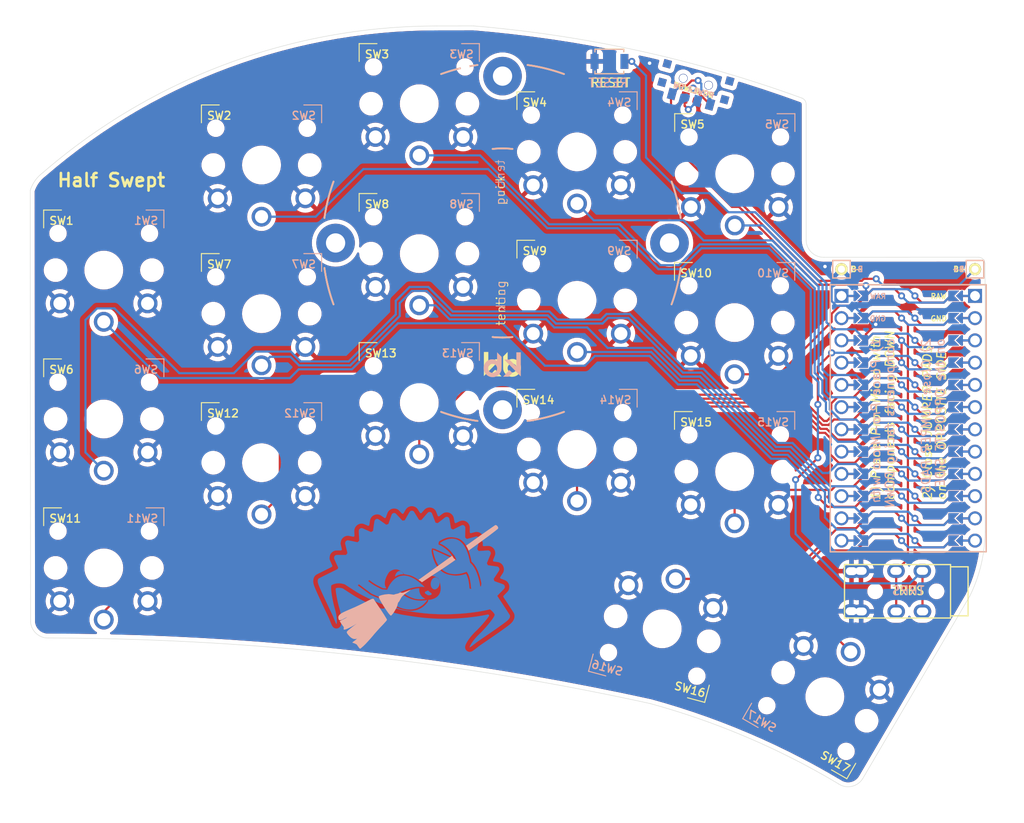
<source format=kicad_pcb>
(kicad_pcb (version 20221018) (generator pcbnew)
  (layers (0 "F.Cu" signal) (31 "B.Cu" signal) (34 "B.Paste" user) (35 "F.Paste" user) (36 "B.SilkS" user "B.Silkscreen") (37 "F.SilkS" user "F.Silkscreen") (38 "B.Mask" user) (39 "F.Mask" user) (44 "Edge.Cuts" user))
  (net 0 "")
  (net 1 "gnd")
  (net 2 "vcc")
  (net 3 "Switch18")
  (net 4 "reset")
  (net 5 "Switch1")
  (net 6 "Switch2")
  (net 7 "Switch3")
  (net 8 "Switch4")
  (net 9 "Switch5")
  (net 10 "Switch6")
  (net 11 "Switch7")
  (net 12 "Switch8")
  (net 13 "Switch9")
  (net 14 "Switch10")
  (net 15 "Switch11")
  (net 16 "Switch12")
  (net 17 "Switch13")
  (net 18 "Switch14")
  (net 19 "Switch15")
  (net 20 "Switch16")
  (net 21 "Switch17")
  (net 22 "raw")
  (net 23 "BT+_r")
  (net 24 "Net-(SW_POWERR1-Pad1)")
  (footprint "kbd:1pin_conn" (layer "F.Cu") (at 126.492 45.974)
    (fp_text reference "B+")
    (fp_text value "MountingHole_Pad" hide)
  )
  (footprint "kbd:1pin_conn" (layer "F.Cu") (at 111.252 45.974)
    (fp_text reference "B-")
    (fp_text value "MountingHole_Pad" hide)
  )
  (footprint "Kailh:TRRS-PJ-DPB2" (layer "F.Cu") (at 123.698 82.75 -90)
    (fp_text reference "J2")
    (fp_text value "AudioJack4dpb" hide)
  )
  (footprint "* duckyb-collection:SW_PG1350_rev_DPB" (layer "F.Cu") (at 27.08 46.08)
    (fp_text reference "SW1" hide)
    (fp_text value "SW_Push" hide)
  )
  (footprint "* duckyb-collection:SW_PG1350_rev_DPB" (layer "F.Cu") (at 45.08 34.08)
    (fp_text reference "SW2" hide)
    (fp_text value "SW_Push" hide)
  )
  (footprint "* duckyb-collection:SW_PG1350_rev_DPB" (layer "F.Cu") (at 63.08 27.08)
    (fp_text reference "SW3" hide)
    (fp_text value "SW_Push" hide)
  )
  (footprint "* duckyb-collection:SW_PG1350_rev_DPB" (layer "F.Cu") (at 81.08 32.58)
    (fp_text reference "SW4" hide)
    (fp_text value "SW_Push" hide)
  )
  (footprint "* duckyb-collection:SW_PG1350_rev_DPB" (layer "F.Cu") (at 99.08 35.08)
    (fp_text reference "SW5" hide)
    (fp_text value "SW_Push" hide)
  )
  (footprint "* duckyb-collection:SW_PG1350_rev_DPB" (layer "F.Cu") (at 27.08 63.08)
    (fp_text reference "SW6" hide)
    (fp_text value "SW_Push" hide)
  )
  (footprint "* duckyb-collection:SW_PG1350_rev_DPB" (layer "F.Cu") (at 45.08 51.054)
    (fp_text reference "SW7" hide)
    (fp_text value "SW_Push" hide)
  )
  (footprint "* duckyb-collection:SW_PG1350_rev_DPB" (layer "F.Cu") (at 63.08 44.196)
    (fp_text reference "SW8" hide)
    (fp_text value "SW_Push" hide)
  )
  (footprint "* duckyb-collection:SW_PG1350_rev_DPB" (layer "F.Cu") (at 81.08 49.53)
    (fp_text reference "SW9" hide)
    (fp_text value "SW_Push" hide)
  )
  (footprint "* duckyb-collection:SW_PG1350_rev_DPB" (layer "F.Cu") (at 99.06 52.07)
    (fp_text reference "SW10" hide)
    (fp_text value "SW_Push" hide)
  )
  (footprint "* duckyb-collection:SW_PG1350_rev_DPB" (layer "F.Cu") (at 27.08 80.08)
    (fp_text reference "SW11" hide)
    (fp_text value "SW_Push" hide)
  )
  (footprint "* duckyb-collection:SW_PG1350_rev_DPB" (layer "F.Cu") (at 45.08 68.072)
    (fp_text reference "SW12" hide)
    (fp_text value "SW_Push" hide)
  )
  (footprint "* duckyb-collection:SW_PG1350_rev_DPB" (layer "F.Cu") (at 63.08 61.214)
    (fp_text reference "SW13" hide)
    (fp_text value "SW_Push" hide)
  )
  (footprint "* duckyb-collection:SW_PG1350_rev_DPB" (layer "F.Cu") (at 81.08 66.548)
    (fp_text reference "SW14" hide)
    (fp_text value "SW_Push" hide)
  )
  (footprint "* duckyb-collection:SW_PG1350_rev_DPB" (layer "F.Cu") (at 99.06 69.088)
    (fp_text reference "SW15" hide)
    (fp_text value "SW_Push" hide)
  )
  (footprint "* duckyb-collection:SW_PG1350_rev_DPB" (layer "F.Cu") (at 109.356 94.78 150)
    (fp_text reference "SW17" hide)
    (fp_text value "SW_Push" hide)
  )
  (footprint "* duckyb-collection:SW_PG1350_rev_DPB" (layer "F.Cu") (at 90.796 87.03 165)
    (fp_text reference "SW16" hide)
    (fp_text value "SW_Push" hide)
  )
  (footprint "* duckyb-collection:ProMicro_jumpers_facedown" (layer "F.Cu") (at 118.872 62.992 -90)
    (fp_text reference "U1" hide)
    (fp_text value "ProMicro-kbd" hide)
  )
  (footprint "kbd:Tenting_Puck2" (layer "F.Cu") (at 72.58 42.98)
    (fp_text reference "REF**")
    (fp_text value "Tenting Puck")
  )
  (footprint "Kailh:SPDT_C128955" (layer "F.Cu") (at 94.6404 24.570573 -15.5)
    (fp_text reference "POWER SW")
    (fp_text value "SW_SPDT")
  )
  (footprint "* duckyb-collection:Tactile-Switch_SMT" (layer "F.Cu") (at 84.7852 22.2504)
    (fp_text reference "RSW2" hide)
    (fp_text value "SW_Push")
  )
  (footprint "Kailh:ferris_broom" (layer "B.Cu") (at 64.008 82.042 170)
    (fp_text reference "G***" hide)
    (fp_text value "LOGO" hide)
  )
  (gr_arc (start 126.885 44.612) (mid 127.41533 44.83167) (end 127.635 45.362) (stroke (width 0.05)) (layer "Edge.Cuts"))
  (gr_line (start 18.690055 36.976702) (end 18.730254 86.245024) (stroke (width 0.05)) (layer "Edge.Cuts"))
  (gr_arc (start 106.78729 26.456889) (mid 107.104079 26.733645) (end 107.222045 27.137419) (stroke (width 0.05)) (layer "Edge.Cuts"))
  (gr_arc (start 89.409134 95.561946) (mid 100.486488 99.421597) (end 110.938 104.748) (stroke (width 0.05)) (layer "Edge.Cuts"))
  (gr_arc (start 18.690055 36.976702) (mid 19.246929 35.858882) (end 20.117 34.963) (stroke (width 0.05)) (layer "Edge.Cuts"))
  (gr_arc (start 109.257002 44.614917) (mid 107.844534 44.065716) (end 107.222001 42.683999) (stroke (width 0.05)) (layer "Edge.Cuts"))
  (gr_arc (start 69.291777 18.200679) (mid 88.315879 21.073764) (end 106.78729 26.456889) (stroke (width 0.05)) (layer "Edge.Cuts"))
  (gr_arc (start 113.67 104.149265) (mid 112.428995 105.01898) (end 110.938 104.748) (stroke (width 0.05)) (layer "Edge.Cuts"))
  (gr_arc (start 20.768 88.081119) (mid 55.288442 89.987554) (end 89.409134 95.561946) (stroke (width 0.05)) (layer "Edge.Cuts"))
  (gr_arc (start 20.768 88.081119) (mid 19.380573 87.572102) (end 18.730254 86.245024) (stroke (width 0.05)) (layer "Edge.Cuts"))
  (gr_line (start 127.635 45.362) (end 127.635 62.484) (stroke (width 0.05)) (layer "Edge.Cuts"))
  (gr_line (start 107.222001 42.683999) (end 107.222045 27.137419) (stroke (width 0.05)) (layer "Edge.Cuts"))
  (gr_line (start 109.257002 44.614917) (end 126.885 44.612) (stroke (width 0.05)) (layer "Edge.Cuts"))
  (gr_arc (start 20.117 34.963) (mid 41.093524 22.531455) (end 65.090389 18.206139) (stroke (width 0.05)) (layer "Edge.Cuts"))
  (gr_line (start 125.888304 83.312) (end 113.67 104.149265) (stroke (width 0.05)) (layer "Edge.Cuts"))
  (gr_arc (start 127.635 75.98785) (mid 127.177913 79.749197) (end 125.888304 83.312) (stroke (width 0.05)) (layer "Edge.Cuts"))
  (gr_line (start 69.291777 18.200679) (end 65.090389 18.206139) (stroke (width 0.05)) (layer "Edge.Cuts"))
  (gr_line (start 127.635 62.484) (end 127.647 69.85) (stroke (width 0.05)) (layer "Edge.Cuts"))
  (gr_line (start 127.647 69.85) (end 127.635 75.98785) (stroke (width 0.05)) (layer "Edge.Cuts"))
  (gr_text "RAW" (at 116.40097 49.0728) (layer "B.SilkS") (effects (font (size 0.6 0.6) (thickness 0.12)) (justify left mirror)))
  (gr_text "B-" (at 113.03 45.974) (layer "B.SilkS") (effects (font (size 0.6 0.6)) (justify mirror)))
  (gr_text "2) Close JUMPER PADS\non the OPPOSITE SIDE" (at 121.7168 53.7464 90) (layer "B.SilkS") (effects (font (size 1 1) (thickness 0.15) italic) (justify left mirror)))
  (gr_text "GND" (at 116.40097 51.6128) (layer "B.SilkS") (effects (font (size 0.6 0.6) (thickness 0.12)) (justify left mirror)))
  (gr_text "1) Place Pro-Micro with\ncomponents facing DOWN" (at 115.9764 53.7464 90) (layer "B.SilkS") (effects (font (size 1 1) (thickness 0.15) italic) (justify left mirror)))
  (gr_text "B+" (at 124.587 45.974) (layer "B.SilkS") (effects (font (size 0.6 0.6)) (justify mirror)))
  (gr_text "1) Place Pro-Micro with\ncomponents facing DOWN" (at 115.9764 72.4408 90) (layer "F.SilkS") (effects (font (size 1 1) (thickness 0.15) italic) (justify left)))
  (gr_text "Half Swept" (at 27.94 35.814) (layer "F.SilkS") (effects (font (size 1.5 1.5) (thickness 0.3))))
  (gr_text "GND" (at 121.3612 51.6128) (layer "F.SilkS") (effects (font (size 0.6 0.6) (thickness 0.12)) (justify left)))
  (gr_text "2) Close JUMPER PADS\non the OPPOSITE SIDE" (at 121.8692 72.4408 90) (layer "F.SilkS") (effects (font (size 1 1) (thickness 0.15) italic) (justify left)))
  (gr_text "TRRS" (at 118.872 82.677) (layer "F.SilkS") (effects (font (size 1 1))))
  (gr_text "RAW" (at 121.3612 49.0728) (layer "F.SilkS") (effects (font (size 0.6 0.6) (thickness 0.12)) (justify left)))
  (segment (start 114.046 53.3908) (end 115.1636 52.2732) (width 0.25) (layer "F.Cu") (net 1))
  (segment (start 118.11 56.642) (end 118.11 54.102) (width 0.25) (layer "F.Cu") (net 1))
  (segment (start 114.046 54.102) (end 114.046 53.3908) (width 0.25) (layer "F.Cu") (net 1))
  (via (at 115.1636 52.2732) (size 0.8) (drill 0.4) (layers "F.Cu" "B.Cu") (net 1))
  (via (at 109.3724 45.6692) (size 0.8) (drill 0.4) (layers "F.Cu" "B.Cu") (net 1))
  (via (at 89.3572 22.4536) (size 0.8) (drill 0.4) (layers "F.Cu" "B.Cu") (net 1))
  (segment (start 112.630511 50.146511) (end 110.661711 50.146511) (width 0.25) (layer "B.Cu") (net 1))
  (segment (start 110.127489 47.098511) (end 111.252 45.974) (width 0.25) (layer "B.Cu") (net 1))
  (segment (start 114.7572 52.2732) (end 114.046 51.562) (width 0.25) (layer "B.Cu") (net 1))
  (segment (start 110.661711 50.146511) (end 110.127489 49.612289) (width 0.25) (layer "B.Cu") (net 1))
  (segment (start 114.046 51.562) (end 112.630511 50.146511) (width 0.25) (layer "B.Cu") (net 1))
  (segment (start 115.1636 52.2732) (end 114.7572 52.2732) (width 0.25) (layer "B.Cu") (net 1))
  (segment (start 110.127489 49.612289) (end 110.127489 47.098511) (width 0.25) (layer "B.Cu") (net 1))
  (segment (start 120.498 85.05) (end 120.498 80.44) (width 0.25) (layer "F.Cu") (net 2))
  (segment (start 108.5596 57.0992) (end 108.5596 61.4172) (width 0.25) (layer "F.Cu") (net 2))
  (segment (start 106.0196 70.0024) (end 106.0704 70.0024) (width 0.25) (layer "F.Cu") (net 2))
  (segment (start 106.0704 70.0024) (end 108.5596 67.5132) (width 0.25) (layer "F.Cu") (net 2))
  (segment (start 120.498 80.44) (end 120.478 80.42) (width 0.25) (layer "F.Cu") (net 2))
  (segment (start 110.1344 55.5244) (end 108.5596 57.0992) (width 0.25) (layer "F.Cu") (net 2))
  (via (at 106.0196 70.0024) (size 0.8) (drill 0.4) (layers "F.Cu" "B.Cu") (net 2))
  (via (at 110.1344 55.5244) (size 0.8) (drill 0.4) (layers "F.Cu" "B.Cu") (net 2))
  (via (at 108.5596 67.5132) (size 0.8) (drill 0.4) (layers "F.Cu" "B.Cu") (net 2))
  (via (at 108.5596 61.4172) (size 0.8) (drill 0.4) (layers "F.Cu" "B.Cu") (net 2))
  (segment (start 108.5596 67.5132) (end 108.5596 61.4172) (width 0.25) (layer "B.Cu") (net 2))
  (segment (start 111.6584 81.8388) (end 119.0592 81.8388) (width 0.25) (layer "B.Cu") (net 2))
  (segment (start 110.141311 55.517489) (end 112.921489 55.517489) (width 0.25) (layer "B.Cu") (net 2))
  (segment (start 112.921489 55.517489) (end 114.046 56.642) (width 0.25) (layer "B.Cu") (net 2))
  (segment (start 119.0592 81.8388) (end 120.478 80.42) (width 0.25) (layer "B.Cu") (net 2))
  (segment (start 106.0196 70.0024) (end 106.0196 76.2) (width 0.25) (layer "B.Cu") (net 2))
  (segment (start 110.1344 55.5244) (end 110.141311 55.517489) (width 0.25) (layer "B.Cu") (net 2))
  (segment (start 106.0196 76.2) (end 111.6584 81.8388) (width 0.25) (layer "B.Cu") (net 2))
  (segment (start 118.11 51.562) (end 118.834511 52.286511) (width 0.25) (layer "F.Cu") (net 3))
  (segment (start 118.834511 52.286511) (end 118.834511 79.063489) (width 0.25) (layer "F.Cu") (net 3))
  (segment (start 117.498 80.44) (end 117.478 80.42) (width 0.25) (layer "F.Cu") (net 3))
  (segment (start 118.834511 79.063489) (end 117.478 80.42) (width 0.25) (layer "F.Cu") (net 3))
  (segment (start 117.498 85.05) (end 117.498 80.44) (width 0.25) (layer "F.Cu") (net 3))
  (segment (start 87.3252 22.2504) (end 86.4852 22.2504) (width 0.25) (layer "F.Cu") (net 4))
  (via (at 87.3252 22.2504) (size 0.8) (drill 0.4) (layers "F.Cu" "B.Cu") (net 4))
  (segment (start 86.4852 22.2504) (end 87.3252 22.2504) (width 0.25) (layer "B.Cu") (net 4))
  (segment (start 87.3252 22.2504) (end 88.9508 23.876) (width 0.25) (layer "B.Cu") (net 4))
  (segment (start 88.9508 33.217792) (end 93.020208 37.2872) (width 0.25) (layer "B.Cu") (net 4))
  (segment (start 88.9508 23.876) (end 88.9508 33.217792) (width 0.25) (layer "B.Cu") (net 4))
  (segment (start 96.172452 37.2872) (end 98.356852 39.4716) (width 0.25) (layer "B.Cu") (net 4))
  (segment (start 109.54488 52.03928) (end 110.3376 52.832) (width 0.25) (layer "B.Cu") (net 4))
  (segment (start 93.020208 37.2872) (end 96.172452 37.2872) (width 0.25) (layer "B.Cu") (net 4))
  (segment (start 109.54488 47.593566) (end 109.54488 52.03928) (width 0.25) (layer "B.Cu") (net 4))
  (segment (start 98.356852 39.4716) (end 101.422914 39.4716) (width 0.25) (layer "B.Cu") (net 4))
  (segment (start 101.422914 39.4716) (end 109.54488 47.593566) (width 0.25) (layer "B.Cu") (net 4))
  (segment (start 110.3376 52.832) (end 112.776 52.832) (width 0.25) (layer "B.Cu") (net 4))
  (segment (start 112.776 52.832) (end 114.046 54.102) (width 0.25) (layer "B.Cu") (net 4))
  (segment (start 108.6104 72.0344) (end 109.6772 73.1012) (width 0.25) (layer "F.Cu") (net 5))
  (segment (start 112.8268 73.1012) (end 114.046 71.882) (width 0.25) (layer "F.Cu") (net 5))
  (segment (start 109.6772 73.1012) (end 112.8268 73.1012) (width 0.25) (layer "F.Cu") (net 5))
  (via (at 108.6104 72.0344) (size 0.8) (drill 0.4) (layers "F.Cu" "B.Cu") (net 5))
  (segment (start 108.6104 71.299954) (end 104.925246 67.6148) (width 0.25) (layer "B.Cu") (net 5))
  (segment (start 60.653557 52.14856) (end 55.398597 57.40352) (width 0.25) (layer "B.Cu") (net 5))
  (segment (start 49.32728 57.40352) (end 48.321289 58.409511) (width 0.25) (layer "B.Cu") (net 5))
  (segment (start 103.2256 67.6148) (end 94.742 59.1312) (width 0.25) (layer "B.Cu") (net 5))
  (segment (start 81.9912 56.9976) (end 77.4192 56.9976) (width 0.25) (layer "B.Cu") (net 5))
  (segment (start 83.10928 55.87952) (end 81.9912 56.9976) (width 0.25) (layer "B.Cu") (net 5))
  (segment (start 72.57016 52.14856) (end 60.653557 52.14856) (width 0.25) (layer "B.Cu") (net 5))
  (segment (start 48.321289 58.409511) (end 33.509511 58.409511) (width 0.25) (layer "B.Cu") (net 5))
  (segment (start 108.6104 72.0344) (end 108.6104 71.299954) (width 0.25) (layer "B.Cu") (net 5))
  (segment (start 94.742 59.1312) (end 92.6084 59.1312) (width 0.25) (layer "B.Cu") (net 5))
  (segment (start 55.398597 57.40352) (end 49.32728 57.40352) (width 0.25) (layer "B.Cu") (net 5))
  (segment (start 92.6084 59.1312) (end 89.35672 55.87952) (width 0.25) (layer "B.Cu") (net 5))
  (segment (start 77.4192 56.9976) (end 72.57016 52.14856) (width 0.25) (layer "B.Cu") (net 5))
  (segment (start 33.509511 58.409511) (end 27.08 51.98) (width 0.25) (layer "B.Cu") (net 5))
  (segment (start 89.35672 55.87952) (end 83.10928 55.87952) (width 0.25) (layer "B.Cu") (net 5))
  (segment (start 104.925246 67.6148) (end 103.2256 67.6148) (width 0.25) (layer "B.Cu") (net 5))
  (segment (start 108.62576 60.316396) (end 109.48168 61.172316) (width 0.25) (layer "B.Cu") (net 6))
  (segment (start 108.62576 58.869314) (end 108.62576 60.316396) (width 0.25) (layer "B.Cu") (net 6))
  (segment (start 95.276118 43.5864) (end 102.994846 43.5864) (width 0.25) (layer "B.Cu") (net 6))
  (segment (start 85.69192 41.29272) (end 90.36552 45.96632) (width 0.25) (layer "B.Cu") (net 6))
  (segment (start 110.0328 64.8716) (end 110.838689 65.677489) (width 0.25) (layer "B.Cu") (net 6))
  (segment (start 110.838689 65.677489) (end 112.921489 65.677489) (width 0.25) (layer "B.Cu") (net 6))
  (segment (start 109.48168 62.177698) (end 110.0328 62.728818) (width 0.25) (layer "B.Cu") (net 6))
  (segment (start 90.36552 45.96632) (end 92.896198 45.96632) (width 0.25) (layer "B.Cu") (net 6))
  (segment (start 70.941483 34.544) (end 77.690203 41.29272) (width 0.25) (layer "B.Cu") (net 6))
  (segment (start 110.0328 62.728818) (end 110.0328 64.8716) (width 0.25) (layer "B.Cu") (net 6))
  (segment (start 102.994846 43.5864) (end 107.7468 48.338354) (width 0.25) (layer "B.Cu") (net 6))
  (segment (start 45.08 39.98) (end 51.2568 39.98) (width 0.25) (layer "B.Cu") (net 6))
  (segment (start 109.48168 61.172316) (end 109.48168 62.177698) (width 0.25) (layer "B.Cu") (net 6))
  (segment (start 51.2568 39.98) (end 56.6928 34.544) (width 0.25) (layer "B.Cu") (net 6))
  (segment (start 112.921489 65.677489) (end 114.046 66.802) (width 0.25) (layer "B.Cu") (net 6))
  (segment (start 107.7468 57.990354) (end 108.62576 58.869314) (width 0.25) (layer "B.Cu") (net 6))
  (segment (start 92.896198 45.96632) (end 95.276118 43.5864) (width 0.25) (layer "B.Cu") (net 6))
  (segment (start 56.6928 34.544) (end 70.941483 34.544) (width 0.25) (layer "B.Cu") (net 6))
  (segment (start 107.7468 48.338354) (end 107.7468 57.990354) (width 0.25) (layer "B.Cu") (net 6))
  (segment (start 77.690203 41.29272) (end 85.69192 41.29272) (width 0.25) (layer "B.Cu") (net 6))
  (segment (start 103.181044 43.13688) (end 108.19632 48.152156) (width 0.25) (layer "B.Cu") (net 7))
  (segment (start 92.71 45.5168) (end 95.089921 43.13688) (width 0.25) (layer "B.Cu") (net 7))
  (segment (start 63.08 32.98) (end 70.0132 32.98) (width 0.25) (layer "B.Cu") (net 7))
  (segment (start 95.089921 43.13688) (end 103.181044 43.13688) (width 0.25) (layer "B.Cu") (net 7))
  (segment (start 109.9312 61.9915) (end 111.077189 63.137489) (width 0.25) (layer "B.Cu") (net 7))
  (segment (start 112.921489 63.137489) (end 114.046 64.262) (width 0.25) (layer "B.Cu") (net 7))
  (segment (start 90.596601 45.5168) (end 92.71 45.5168) (width 0.25) (layer "B.Cu") (net 7))
  (segment (start 85.923001 40.8432) (end 90.596601 45.5168) (width 0.25) (layer "B.Cu") (net 7))
  (segment (start 108.19632 57.804156) (end 109.07528 58.683116) (width 0.25) (layer "B.Cu") (net 7))
  (segment (start 109.9312 60.986118) (end 109.9312 61.9915) (width 0.25) (layer "B.Cu") (net 7))
  (segment (start 70.0132 32.98) (end 77.8764 40.8432) (width 0.25) (layer "B.Cu") (net 7))
  (segment (start 108.19632 48.152156) (end 108.19632 57.804156) (width 0.25) (layer "B.Cu") (net 7))
  (segment (start 109.07528 58.683116) (end 109.07528 60.130198) (width 0.25) (layer "B.Cu") (net 7))
  (segment (start 77.8764 40.8432) (end 85.923001 40.8432) (width 0.25) (layer "B.Cu") (net 7))
  (segment (start 109.07528 60.130198) (end 109.9312 60.986118) (width 0.25) (layer "B.Cu") (net 7))
  (segment (start 111.077189 63.137489) (end 112.921489 63.137489) (width 0.25) (layer "B.Cu") (net 7))
  (segment (start 109.5248 58.496918) (end 109.5248 59.944) (width 0.25) (layer "B.Cu") (net 8))
  (segment (start 108.64584 47.965958) (end 108.64584 57.617958) (width 0.25) (layer "B.Cu") (net 8))
  (segment (start 108.64584 57.617958) (end 109.5248 58.496918) (width 0.25) (layer "B.Cu") (net 8))
  (segment (start 110.178289 60.597489) (end 112.921489 60.597489) (width 0.25) (layer "B.Cu") (net 8))
  (segment (start 109.5248 59.944) (end 110.178289 60.597489) (width 0.25) (layer "B.Cu") (net 8))
  (segment (start 103.367242 42.68736) (end 108.64584 47.965958) (width 0.25) (layer "B.Cu") (net 8))
  (segment (start 95.51936 42.68736) (end 103.367242 42.68736) (width 0.25) (layer "B.Cu") (net 8))
  (segment (start 81.08 38.48) (end 82.986 40.386) (width 0.25) (layer "B.Cu") (net 8))
  (segment (start 82.986 40.386) (end 93.218 40.386) (width 0.25) (layer "B.Cu") (net 8))
  (segment (start 93.218 40.386) (end 95.51936 42.68736) (width 0.25) (layer "B.Cu") (net 8))
  (segment (start 112.921489 60.597489) (end 114.046 61.722) (width 0.25) (layer "B.Cu") (net 8))
  (segment (start 102.2956 40.98) (end 109.09536 47.779763) (width 0.25) (layer "B.Cu") (net 9))
  (segment (start 109.728 58.0644) (end 110.7793 58.0644) (width 0.25) (layer "B.Cu") (net 9))
  (segment (start 110.7793 58.0644) (end 110.786211 58.057489) (width 0.25) (layer "B.Cu") (net 9))
  (segment (start 110.786211 58.057489) (end 112.921489 58.057489) (width 0.25) (layer "B.Cu") (net 9))
  (segment (start 109.09536 57.43176) (end 109.728 58.0644) (width 0.25) (layer "B.Cu") (net 9))
  (segment (start 99.08 40.98) (end 102.2956 40.98) (width 0.25) (layer "B.Cu") (net 9))
  (segment (start 112.921489 58.057489) (end 114.046 59.182) (width 0.25) (layer "B.Cu") (net 9))
  (segment (start 109.09536 47.779763) (end 109.09536 57.43176) (width 0.25) (layer "B.Cu") (net 9))
  (segment (start 103.970392 65.81672) (end 105.670037 65.81672) (width 0.25) (layer "B.Cu") (net 10))
  (segment (start 105.933359 66.080043) (end 109.093716 69.2404) (width 0.25) (layer "B.Cu") (net 10))
  (segment (start 109.093716 69.2404) (end 109.7633 69.2404) (width 0.25) (layer "B.Cu") (net 10))
  (segment (start 24.990979 66.890979) (end 24.990979 51.767821) (width 0.25) (layer "B.Cu") (net 10))
  (segment (start 66.9036 50.8) (end 77.9272 50.8) (width 0.25) (layer "B.Cu") (net 10))
  (segment (start 41.926209 57.844991) (end 44.3992 55.372) (width 0.25) (layer "B.Cu") (net 10))
  (segment (start 87.373843 51.353772) (end 93.353192 57.33312) (width 0.25) (layer "B.Cu") (net 10))
  (segment (start 105.670037 65.81672) (end 105.933359 66.080043) (width 0.25) (layer "B.Cu") (net 10))
  (segment (start 78.85696 51.72976) (end 83.80464 51.72976) (width 0.25) (layer "B.Cu") (net 10))
  (segment (start 110.786211 68.217489) (end 112.921489 68.217489) (width 0.25) (layer "B.Cu") (net 10))
  (segment (start 95.486792 57.33312) (end 103.970392 65.81672) (width 0.25) (layer "B.Cu") (net 10))
  (segment (start 55.026202 56.50448) (end 60.4012 51.129482) (width 0.25) (layer "B.Cu") (net 10))
  (segment (start 64.1096 48.006) (end 66.9036 50.8) (width 0.25) (layer "B.Cu") (net 10))
  (segment (start 84.443951 51.090449) (end 87.110521 51.090449) (width 0.25) (layer "B.Cu") (net 10))
  (segment (start 48.4124 55.372) (end 49.54488 56.50448) (width 0.25) (layer "B.Cu") (net 10))
  (segment (start 109.7633 69.2404) (end 110.786211 68.217489) (width 0.25) (layer "B.Cu") (net 10))
  (segment (start 61.976 48.006) (end 64.1096 48.006) (width 0.25) (layer "B.Cu") (net 10))
  (segment (start 87.110521 51.090449) (end 87.373843 51.353772) (width 0.25) (layer "B.Cu") (net 10))
  (segment (start 60.4012 49.5808) (end 61.976 48.006) (width 0.25) (layer "B.Cu") (net 10))
  (segment (start 28.2956 50.4444) (end 35.696191 57.844991) (width 0.25) (layer "B.Cu") (net 10))
  (segment (start 93.353192 57.33312) (end 95.486792 57.33312) (width 0.25) (layer "B.Cu") (net 10))
  (segment (start 83.80464 51.72976) (end 84.443951 51.090449) (width 0.25) (layer "B.Cu") (net 10))
  (segment (start 49.54488 56.50448) (end 55.026202 56.50448) (width 0.25) (layer "B.Cu") (net 10))
  (segment (start 27.08 68.98) (end 24.990979 66.890979) (width 0.25) (layer "B.Cu") (net 10))
  (segment (start 35.696191 57.844991) (end 41.926209 57.844991) (width 0.25) (layer "B.Cu") (net 10))
  (segment (start 77.9272 50.8) (end 78.85696 51.72976) (width 0.25) (layer "B.Cu") (net 10))
  (segment (start 26.3144 50.4444) (end 28.2956 50.4444) (width 0.25) (layer "B.Cu") (net 10))
  (segment (start 24.990979 51.767821) (end 26.3144 50.4444) (width 0.25) (layer "B.Cu") (net 10))
  (segment (start 44.3992 55.372) (end 48.4124 55.372) (width 0.25) (layer "B.Cu") (net 10))
  (segment (start 60.4012 51.129482) (end 60.4012 49.5808) (width 0.25) (layer "B.Cu") (net 10))
  (segment (start 112.921489 68.217489) (end 114.046 69.342) (width 0.25) (layer "B.Cu") (net 10))
  (segment (start 103.784194 66.26624) (end 105.483839 66.26624) (width 0.25) (layer "B.Cu") (net 11))
  (segment (start 86.924323 51.539969) (end 93.166994 57.78264) (width 0.25) (layer "B.Cu") (net 11))
  (segment (start 93.166994 57.78264) (end 95.300594 57.78264) (width 0.25) (layer "B.Cu") (net 11))
  (segment (start 95.300594 57.78264) (end 103.784194 66.26624) (width 0.25) (layer "B.Cu") (net 11))
  (segment (start 109.975089 70.757489) (end 112.921489 70.757489) (width 0.25) (layer "B.Cu") (net 11))
  (segment (start 112.921489 70.757489) (end 114.046 71.882) (width 0.25) (layer "B.Cu") (net 11))
  (segment (start 60.85072 49.84248) (end 62.23768 48.45552) (width 0.25) (layer "B.Cu") (net 11))
  (segment (start 48.378602 55.97392) (end 49.358683 56.954) (width 0.25) (layer "B.Cu") (net 11))
  (segment (start 46.06008 55.97392) (end 48.378602 55.97392) (width 0.25) (layer "B.Cu") (net 11))
  (segment (start 62.23768 48.45552) (end 63.923403 48.45552) (width 0.25) (layer "B.Cu") (net 11))
  (segment (start 60.85072 51.315679) (end 60.85072 49.84248) (width 0.25) (layer "B.Cu") (net 11))
  (segment (start 45.08 56.954) (end 46.06008 55.97392) (width 0.25) (layer "B.Cu") (net 11))
  (segment (start 66.717403 51.24952) (end 77.741002 51.24952) (width 0.25) (layer "B.Cu") (net 11))
  (segment (start 84.630149 51.539969) (end 86.924323 51.539969) (width 0.25) (layer "B.Cu") (net 11))
  (segment (start 78.670762 52.17928) (end 83.990838 52.17928) (width 0.25) (layer "B.Cu") (net 11))
  (segment (start 105.483839 66.26624) (end 109.975089 70.757489) (width 0.25) (layer "B.Cu") (net 11))
  (segment (start 63.923403 48.45552) (end 66.717403 51.24952) (width 0.25) (layer "B.Cu") (net 11))
  (segment (start 55.2124 56.954) (end 60.85072 51.315679) (width 0.25) (layer "B.Cu") (net 11))
  (segment (start 49.358683 56.954) (end 55.2124 56.954) (width 0.25) (layer "B.Cu") (net 11))
  (segment (start 77.741002 51.24952) (end 78.670762 52.17928) (width 0.25) (layer "B.Cu") (net 11))
  (segment (start 83.990838 52.17928) (end 84.630149 51.539969) (width 0.25) (layer "B.Cu") (net 11))
  (segment (start 84.582 54.9656) (end 89.714236 54.9656) (width 0.25) (layer "B.Cu") (net 12))
  (segment (start 109.82192 71.240039) (end 109.82192 72.53472) (width 0.25) (layer "B.Cu") (net 12))
  (segment (start 64.928165 50.096) (end 66.531206 51.69904) (width 0.25) (layer "B.Cu") (net 12))
  (segment (start 109.82192 72.53472) (end 110.4392 73.152) (width 0.25) (layer "B.Cu") (net 12))
  (segment (start 89.714236 54.9656) (end 92.980796 58.23216) (width 0.25) (layer "B.Cu") (net 12))
  (segment (start 63.08 50.096) (end 64.928165 50.096) (width 0.25) (layer "B.Cu") (net 12))
  (segment (start 103.597996 66.71576) (end 105.297641 66.71576) (width 0.25) (layer "B.Cu") (net 12))
  (segment (start 95.114396 58.23216) (end 103.597996 66.71576) (width 0.25) (layer "B.Cu") (net 12))
  (segment (start 82.2452 52.6288) (end 84.582 54.9656) (width 0.25) (layer "B.Cu") (net 12))
  (segment (start 66.531206 51.69904) (end 77.554804 51.69904) (width 0.25) (layer "B.Cu") (net 12))
  (segment (start 92.980796 58.23216) (end 95.114396 58.23216) (width 0.25) (layer "B.Cu") (net 12))
  (segment (start 112.776 73.152) (end 114.046 74.422) (width 0.25) (layer "B.Cu") (net 12))
  (segment (start 78.484565 52.6288) (end 82.2452 52.6288) (width 0.25) (layer "B.Cu") (net 12))
  (segment (start 110.4392 73.152) (end 112.776 73.152) (width 0.25) (layer "B.Cu") (net 12))
  (segment (start 105.297641 66.71576) (end 109.82192 71.240039) (width 0.25) (layer "B.Cu") (net 12))
  (segment (start 77.554804 51.69904) (end 78.484565 52.6288) (width 0.25) (layer "B.Cu") (net 12))
  (segment (start 112.776 75.692) (end 114.046 76.962) (width 0.25) (layer "B.Cu") (net 13))
  (segment (start 105.111444 67.16528) (end 109.3724 71.426236) (width 0.25) (layer "B.Cu") (net 13))
  (segment (start 110.744 75.692) (end 112.776 75.692) (width 0.25) (layer "B.Cu") (net 13))
  (segment (start 103.411798 67.16528) (end 105.111444 67.16528) (width 0.25) (layer "B.Cu") (net 13))
  (segment (start 81.08 55.43) (end 89.542918 55.43) (width 0.25) (layer "B.Cu") (net 13))
  (segment (start 89.542918 55.43) (end 92.794598 58.68168) (width 0.25) (layer "B.Cu") (net 13))
  (segment (start 109.3724 71.426236) (end 109.3724 74.3204) (width 0.25) (layer "B.Cu") (net 13))
  (segment (start 94.928198 58.68168) (end 103.411798 67.16528) (width 0.25) (layer "B.Cu") (net 13))
  (segment (start 109.3724 74.3204) (end 110.744 75.692) (width 0.25) (layer "B.Cu") (net 13))
  (segment (start 92.794598 58.68168) (end 94.928198 58.68168) (width 0.25) (layer "B.Cu") (net 13))
  (segment (start 112.921489 50.146511) (end 114.046 49.022) (width 0.25) (layer "F.Cu") (net 14))
  (segment (start 110.127489 51.060911) (end 111.041889 50.146511) (width 0.25) (layer "F.Cu") (net 14))
  (segment (start 104.1328 57.97) (end 110.127489 51.975311) (width 0.25) (layer "F.Cu") (net 14))
  (segment (start 111.041889 50.146511) (end 112.921489 50.146511) (width 0.25) (layer "F.Cu") (net 14))
  (segment (start 110.127489 51.975311) (end 110.127489 51.060911) (width 0.25) (layer "F.Cu") (net 14))
  (segment (start 99.06 57.97) (end 104.1328 57.97) (width 0.25) (layer "F.Cu") (net 14))
  (segment (start 106.257265 60.306511) (end 109.255234 63.30448) (width 0.25) (layer "F.Cu") (net 15))
  (segment (start 30.6324 74.676) (end 41.360819 63.947581) (width 0.25) (layer "F.Cu") (net 15))
  (segment (start 112.630511 60.597489) (end 114.046 59.182) (width 0.25) (layer "F.Cu") (net 15))
  (segment (start 27.08 85.0864) (end 30.6324 81.534) (width 0.25) (layer "F.Cu") (net 15))
  (segment (start 41.360819 63.947581) (end 46.719501 63.947581) (width 0.25) (layer "F.Cu") (net 15))
  (segment (start 110.0836 61.3001) (end 110.786211 60.597489) (width 0.25) (layer "F.Cu") (net 15))
  (segment (start 91.088481 60.306511) (end 106.257265 60.306511) (width 0.25) (layer "F.Cu") (net 15))
  (segment (start 109.255234 63.30448) (end 109.592602 63.30448) (width 0.25) (layer "F.Cu") (net 15))
  (segment (start 109.592602 63.30448) (end 110.0836 62.813482) (width 0.25) (layer "F.Cu") (net 15))
  (segment (start 46.719501 63.947581) (end 52.247082 58.42) (width 0.25) (layer "F.Cu") (net 15))
  (segment (start 30.6324 81.534) (end 30.6324 74.676) (width 0.25) (layer "F.Cu") (net 15))
  (segment (start 110.786211 60.597489) (end 112.630511 60.597489) (width 0.25) (layer "F.Cu") (net 15))
  (segment (start 52.247082 58.42) (end 89.20197 58.42) (width 0.25) (layer "F.Cu") (net 15))
  (segment (start 27.08 85.98) (end 27.08 85.0864) (width 0.25) (layer "F.Cu") (net 15))
  (segment (start 89.20197 58.42) (end 91.088481 60.306511) (width 0.25) (layer "F.Cu") (net 15))
  (segment (start 110.0836 62.813482) (end 110.0836 61.3001) (width 0.25) (layer "F.Cu") (net 15))
  (segment (start 112.630511 63.137489) (end 114.046 61.722) (width 0.25) (layer "F.Cu") (net 16))
  (segment (start 47.1424 71.9096) (end 47.1424 70.161021) (width 0.25) (layer "F.Cu") (net 16))
  (segment (start 52.43328 58.86952) (end 89.015773 58.86952) (width 0.25) (layer "F.Cu") (net 16))
  (segment (start 47.169021 70.161021) (end 47.169021 64.133779) (width 0.25) (layer "F.Cu") (net 16))
  (segment (start 109.7788 63.754) (end 110.395311 63.137489) (width 0.25) (layer "F.Cu") (net 16))
  (segment (start 47.1424 70.161021) (end 47.169021 70.161021) (width 0.25) (layer "F.Cu") (net 16))
  (segment (start 110.395311 63.137489) (end 112.630511 63.137489) (width 0.25) (layer "F.Cu") (net 16))
  (segment (start 47.169021 64.133779) (end 52.43328 58.86952) (width 0.25) (layer "F.Cu") (net 16))
  (segment (start 90.902284 60.756031) (end 106.071067 60.756031) (width 0.25) (layer "F.Cu") (net 16))
  (segment (start 45.08 73.972) (end 47.1424 71.9096) (width 0.25) (layer "F.Cu") (net 16))
  (segment (start 106.071067 60.756031) (end 109.069036 63.754) (width 0.25) (layer "F.Cu") (net 16))
  (segment (start 89.015773 58.86952) (end 90.902284 60.756031) (width 0.25) (layer "F.Cu") (net 16))
  (segment (start 109.069036 63.754) (end 109.7788 63.754) (width 0.25) (layer "F.Cu") (net 16))
  (segment (start 63.08 64.980992) (end 68.741952 59.31904) (width 0.25) (layer "F.Cu") (net 17))
  (segment (start 90.716086 61.205551) (end 105.884869 61.205551) (width 0.25) (layer "F.Cu") (net 17))
  (segment (start 112.8776 65.4304) (end 114.046 64.262) (width 0.25) (layer "F.Cu") (net 17))
  (segment (start 63.08 67.114) (end 63.08 64.980992) (width 0.25) (layer "F.Cu") (net 17))
  (segment (start 110.7948 65.4304) (end 112.8776 65.4304) (width 0.25) (layer "F.Cu") (net 17))
  (segment (start 88.829575 59.31904) (end 90.716086 61.205551) (width 0.25) (layer "F.Cu") (net 17))
  (segment (start 108.882839 64.20352) (end 109.56792 64.20352) (width 0.25) (layer "F.Cu") (net 17))
  (segment (start 109.56792 64.20352) (end 110.7948 65.4304) (width 0.25) (layer "F.Cu") (net 17))
  (segment (start 68.741952 59.31904) (end 88.829575 59.31904) (width 0.25) (layer "F.Cu") (net 17))
  (segment (start 105.884869 61.205551) (end 108.882839 64.20352) (width 0.25) (layer "F.Cu") (net 17))
  (segment (start 89.170129 61.655071) (end 105.698671 61.655071) (width 0.25) (layer "F.Cu") (net 18))
  (segment (start 109.381722 64.65304) (end 109.982 65.253318) (width 0.25) (layer "F.Cu") (net 18))
  (segment (start 109.982 67.1223) (end 110.9317 68.072) (width 0.25) (layer "F.Cu") (net 18))
  (segment (start 108.696642 64.65304) (end 109.381722 64.65304) (width 0.25) (layer "F.Cu") (net 18))
  (segment (start 81.08 69.7452) (end 89.170129 61.655071) (width 0.25) (layer "F.Cu") (net 18))
  (segment (start 109.982 65.253318) (end 109.982 67.1223) (width 0.25) (layer "F.Cu") (net 18))
  (segment (start 105.698671 61.655071) (end 108.696642 64.65304) (width 0.25) (layer "F.Cu") (net 18))
  (segment (start 81.08 72.448) (end 81.08 69.7452) (width 0.25) (layer "F.Cu") (net 18))
  (segment (start 112.776 68.072) (end 114.046 66.802) (width 0.25) (layer "F.Cu") (net 18))
  (segment (start 110.9317 68.072) (end 112.776 68.072) (width 0.25) (layer "F.Cu") (net 18))
  (segment (start 110.12665 71.1708) (end 110.539961 70.757489) (width 0.25) (layer "F.Cu") (net 19))
  (segment (start 99.06 74.988) (end 99.06 72.854992) (width 0.25) (layer "F.Cu") (net 19))
  (segment (start 100.744192 71.1708) (end 110.12665 71.1708) (width 0.25) (layer "F.Cu") (net 19))
  (segment (start 112.630511 70.757489) (end 114.046 69.342) (width 0.25) (layer "F.Cu") (net 19))
  (segment (start 99.06 72.854992) (end 100.744192 71.1708) (width 0.25) (layer "F.Cu") (net 19))
  (segment (start 110.539961 70.757489) (end 112.630511 70.757489) (width 0.25) (layer "F.Cu") (net 19))
  (segment (start 110.786211 75.546511) (end 112.921489 75.546511) (width 0.25) (layer "F.Cu") (net 20))
  (segment (start 112.921489 75.546511) (end 114.046 74.422) (width 0.25) (layer "F.Cu") (net 20))
  (segment (start 105.001684 81.331038) (end 110.786211 75.546511) (width 0.25) (layer "F.Cu") (net 20))
  (segment (start 92.323032 81.331038) (end 105.001684 81.331038) (width 0.25) (layer "F.Cu") (net 20))
  (segment (start 108.881929 78.086511) (end 112.921489 78.086511) (width 0.25) (layer "F.Cu") (net 21))
  (segment (start 105.41 82.77445) (end 105.41 81.55844) (width 0.25) (layer "F.Cu") (net 21))
  (segment (start 105.41 81.55844) (end 108.881929 78.086511) (width 0.25) (layer "F.Cu") (net 21))
  (segment (start 112.921489 78.086511) (end 114.046 76.962) (width 0.25) (layer "F.Cu") (net 21))
  (segment (start 112.306 89.67045) (end 105.41 82.77445) (width 0.25) (layer "F.Cu") (net 21))
  (segment (start 108.458 47.752) (end 99.568 38.862) (width 0.25) (layer "F.Cu") (net 22))
  (segment (start 114.046 47.8536) (end 113.9444 47.752) (width 0.25) (layer "F.Cu") (net 22))
  (segment (start 99.568 38.862) (end 98.7552 38.862) (width 0.25) (layer "F.Cu") (net 22))
  (segment (start 92.888235 24.998297) (end 93.611089 24.998297) (width 0.25) (layer "F.Cu") (net 22))
  (segment (start 113.9444 47.752) (end 108.458 47.752) (width 0.25) (layer "F.Cu") (net 22))
  (segment (start 95.96888 36.07568) (end 95.96888 35.735872) (width 0.25) (layer "F.Cu") (net 22))
  (segment (start 93.611089 24.998297) (end 94.174586 24.4348) (width 0.25) (layer "F.Cu") (net 22))
  (segment (start 91.80328 26.083252) (end 91.917712 25.96882) (width 0.25) (layer "F.Cu") (net 22))
  (segment (start 91.80328 31.570272) (end 91.80328 26.083252) (width 0.25) (layer "F.Cu") (net 22))
  (segment (start 95.96888 35.735872) (end 91.80328 31.570272) (width 0.25) (layer "F.Cu") (net 22))
  (segment (start 98.7552 38.862) (end 95.96888 36.07568) (width 0.25) (layer "F.Cu") (net 22))
  (segment (start 94.174586 24.4348) (end 94.8944 24.4348) (width 0.25) (layer "F.Cu") (net 22))
  (segment (start 91.917712 25.96882) (end 92.888235 24.998297) (width 0.25) (layer "F.Cu") (net 22))
  (via (at 94.8944 24.4348) (size 0.8) (drill 0.4) (layers "F.Cu" "B.Cu") (net 22))
  (via (at 114.046 47.8536) (size 0.8) (drill 0.4) (layers "F.Cu" "B.Cu") (net 22))
  (segment (start 94.8944 24.4348) (end 95.261325 24.801725) (width 0.25) (layer "B.Cu") (net 22))
  (segment (start 114.046 47.8536) (end 114.046 49.022) (width 0.25) (layer "B.Cu") (net 22))
  (segment (start 95.261325 24.801725) (end 95.261325 25.53008) (width 0.25) (layer "B.Cu") (net 22))
  (segment (start 96.254049 26.522804) (end 96.254049 27.171393) (width 0.25) (layer "B.Cu") (net 22))
  (segment (start 95.261325 25.53008) (end 96.254049 26.522804) (width 0.25) (layer "B.Cu") (net 22))
  (segment (start 98.941398 38.41248) (end 96.4184 35.889482) (width 0.25) (layer "F.Cu") (net 23))
  (segment (start 96.4184 35.549674) (end 92.2528 31.384074) (width 0.25) (layer "F.Cu") (net 23))
  (segment (start 115.2144 47.072415) (end 113.802571 47.072415) (width 0.25) (layer "F.Cu") (net 23))
  (segment (start 113.572506 47.30248) (end 108.644198 47.30248) (width 0.25) (layer "F.Cu") (net 23))
  (segment (start 99.754198 38.41248) (end 98.941398 38.41248) (width 0.25) (layer "F.Cu") (net 23))
  (segment (start 92.2528 27.480034) (end 93.363158 26.369676) (width 0.25) (layer "F.Cu") (net 23))
  (segment (start 93.363158 27.323158) (end 93.7768 27.7368) (width 0.25) (layer "F.Cu") (net 23))
  (segment (start 92.2528 31.384074) (end 92.2528 27.480034) (width 0.25) (layer "F.Cu") (net 23))
  (segment (start 108.644198 47.30248) (end 99.754198 38.41248) (width 0.25) (layer "F.Cu") (net 23))
  (segment (start 113.802571 47.072415) (end 113.572506 47.30248) (width 0.25) (layer "F.Cu") (net 23))
  (segment (start 93.363158 26.369676) (end 93.363158 27.323158) (width 0.25) (layer "F.Cu") (net 23))
  (segment (start 96.4184 35.889482) (end 96.4184 35.549674) (width 0.25) (layer "F.Cu") (net 23))
  (via (at 115.2144 47.072415) (size 0.8) (drill 0.4) (layers "F.Cu" "B.Cu") (net 23))
  (via (at 93.7768 27.7368) (size 0.8) (drill 0.4) (layers "F.Cu" "B.Cu") (net 23))
  (segment (start 115.2144 47.072415) (end 115.893985 47.752) (width 0.25) (layer "B.Cu") (net 23))
  (segment (start 124.714 47.752) (end 126.492 45.974) (width 0.25) (layer "B.Cu") (net 23))
  (segment (start 93.7768 27.7368) (end 93.842337 27.7368) (width 0.25) (layer "B.Cu") (net 23))
  (segment (start 93.842337 27.7368) (end 94.808603 26.770534) (width 0.25) (layer "B.Cu") (net 23))
  (segment (start 115.893985 47.752) (end 124.714 47.752) (width 0.25) (layer "B.Cu") (net 23))
  (segment (start 94.381056 25.2984) (end 96.254049 27.171393) (width 0.25) (layer "F.Cu") (net 24))
  (segment (start 94.3356 25.2984) (end 94.381056 25.2984) (width 0.25) (layer "F.Cu") (net 24))
  (via (at 94.3356 25.2984) (size 0.8) (drill 0.4) (layers "F.Cu" "B.Cu") (net 24))
  (segment (start 92.588132 25.2984) (end 94.3356 25.2984) (width 0.25) (layer "B.Cu") (net 24))
  (segment (start 91.917712 25.96882) (end 92.588132 25.2984) (width 0.25) (layer "B.Cu") (net 24))
  (zone (net 1) (net_name "gnd") (layers "F&B.Cu") (connect_pads (clearance 0.508)) (min_thickness 0.254) (fill yes (thermal_gap 0.508) (thermal_bridge_width 0.508) (island_removal_mode 1) (island_area_min 0))
    (polygon (pts (xy 15.24 15.24) (xy 132.08 15.24) (xy 132.08 109.22) (xy 15.24 109.22)))
  )
)
</source>
